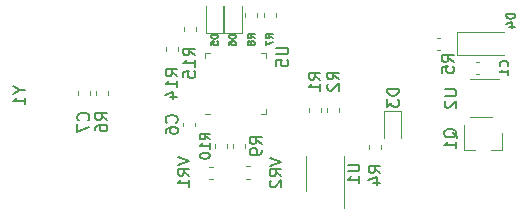
<source format=gbr>
G04 #@! TF.GenerationSoftware,KiCad,Pcbnew,(5.1.5)-3*
G04 #@! TF.CreationDate,2020-06-09T16:26:15+03:00*
G04 #@! TF.ProjectId,Arduino_Uno_R4,41726475-696e-46f5-9f55-6e6f5f52342e,rev?*
G04 #@! TF.SameCoordinates,Original*
G04 #@! TF.FileFunction,Legend,Bot*
G04 #@! TF.FilePolarity,Positive*
%FSLAX46Y46*%
G04 Gerber Fmt 4.6, Leading zero omitted, Abs format (unit mm)*
G04 Created by KiCad (PCBNEW (5.1.5)-3) date 2020-06-09 16:26:15*
%MOMM*%
%LPD*%
G04 APERTURE LIST*
%ADD10C,0.120000*%
%ADD11C,0.150000*%
G04 APERTURE END LIST*
D10*
X91048721Y-68607400D02*
X91374279Y-68607400D01*
X91048721Y-67587400D02*
X91374279Y-67587400D01*
X66292000Y-72709721D02*
X66292000Y-73035279D01*
X67312000Y-72709721D02*
X67312000Y-73035279D01*
X58371200Y-70042921D02*
X58371200Y-70368479D01*
X57351200Y-70042921D02*
X57351200Y-70368479D01*
X84758200Y-71692400D02*
X84758200Y-73977400D01*
X83288200Y-71692400D02*
X84758200Y-71692400D01*
X83288200Y-73977400D02*
X83288200Y-71692400D01*
X89520200Y-67014600D02*
X93420200Y-67014600D01*
X89520200Y-65014600D02*
X93420200Y-65014600D01*
X89520200Y-67014600D02*
X89520200Y-65014600D01*
X68226000Y-65112100D02*
X68226000Y-62827100D01*
X69696000Y-65112100D02*
X68226000Y-65112100D01*
X69696000Y-62827100D02*
X69696000Y-65112100D01*
X71245400Y-62827100D02*
X71245400Y-65112100D01*
X71245400Y-65112100D02*
X69775400Y-65112100D01*
X69775400Y-65112100D02*
X69775400Y-62827100D01*
X93248600Y-75055000D02*
X92318600Y-75055000D01*
X90088600Y-75055000D02*
X91018600Y-75055000D01*
X90088600Y-75055000D02*
X90088600Y-72895000D01*
X93248600Y-75055000D02*
X93248600Y-73595000D01*
X76934600Y-71490721D02*
X76934600Y-71816279D01*
X77954600Y-71490721D02*
X77954600Y-71816279D01*
X79529400Y-71816279D02*
X79529400Y-71490721D01*
X78509400Y-71816279D02*
X78509400Y-71490721D01*
X82014600Y-74915079D02*
X82014600Y-74589521D01*
X83034600Y-74915079D02*
X83034600Y-74589521D01*
X87746521Y-65530000D02*
X88072079Y-65530000D01*
X87746521Y-66550000D02*
X88072079Y-66550000D01*
X59895200Y-70368479D02*
X59895200Y-70042921D01*
X58875200Y-70368479D02*
X58875200Y-70042921D01*
X73099200Y-63789779D02*
X73099200Y-63464221D01*
X74119200Y-63789779D02*
X74119200Y-63464221D01*
X72569800Y-63789679D02*
X72569800Y-63464121D01*
X71549800Y-63789679D02*
X71549800Y-63464121D01*
X70483000Y-74526021D02*
X70483000Y-74851579D01*
X71503000Y-74526021D02*
X71503000Y-74851579D01*
X69979000Y-74526021D02*
X69979000Y-74851579D01*
X68959000Y-74526021D02*
X68959000Y-74851579D01*
X65838800Y-66660079D02*
X65838800Y-66334521D01*
X64818800Y-66660079D02*
X64818800Y-66334521D01*
X66342800Y-64958179D02*
X66342800Y-64632621D01*
X67362800Y-64958179D02*
X67362800Y-64632621D01*
X76708000Y-77033900D02*
X76708000Y-75533900D01*
X76708000Y-77033900D02*
X76708000Y-78533900D01*
X79928000Y-77033900D02*
X79928000Y-75533900D01*
X79928000Y-77033900D02*
X79928000Y-79958900D01*
X92416200Y-72272800D02*
X90616200Y-72272800D01*
X90616200Y-69052800D02*
X93066200Y-69052800D01*
X72874000Y-72015500D02*
X73349000Y-72015500D01*
X73349000Y-72015500D02*
X73349000Y-71540500D01*
X68604000Y-66795500D02*
X68129000Y-66795500D01*
X68129000Y-66795500D02*
X68129000Y-67270500D01*
X72874000Y-66795500D02*
X73349000Y-66795500D01*
X73349000Y-66795500D02*
X73349000Y-67270500D01*
X68604000Y-72015500D02*
X68129000Y-72015500D01*
X68844279Y-77471800D02*
X68518721Y-77471800D01*
X68844279Y-76451800D02*
X68518721Y-76451800D01*
X71617721Y-77446600D02*
X71943279Y-77446600D01*
X71617721Y-76426600D02*
X71943279Y-76426600D01*
D11*
X52452590Y-69983409D02*
X52928780Y-69983409D01*
X51928780Y-69650076D02*
X52452590Y-69983409D01*
X51928780Y-70316742D01*
X52928780Y-71173885D02*
X52928780Y-70602457D01*
X52928780Y-70888171D02*
X51928780Y-70888171D01*
X52071638Y-70792933D01*
X52166876Y-70697695D01*
X52214495Y-70602457D01*
X93765257Y-67947000D02*
X93800971Y-67911285D01*
X93836685Y-67804142D01*
X93836685Y-67732714D01*
X93800971Y-67625571D01*
X93729542Y-67554142D01*
X93658114Y-67518428D01*
X93515257Y-67482714D01*
X93408114Y-67482714D01*
X93265257Y-67518428D01*
X93193828Y-67554142D01*
X93122400Y-67625571D01*
X93086685Y-67732714D01*
X93086685Y-67804142D01*
X93122400Y-67911285D01*
X93158114Y-67947000D01*
X93836685Y-68661285D02*
X93836685Y-68232714D01*
X93836685Y-68447000D02*
X93086685Y-68447000D01*
X93193828Y-68375571D01*
X93265257Y-68304142D01*
X93300971Y-68232714D01*
X65729142Y-72705833D02*
X65776761Y-72658214D01*
X65824380Y-72515357D01*
X65824380Y-72420119D01*
X65776761Y-72277261D01*
X65681523Y-72182023D01*
X65586285Y-72134404D01*
X65395809Y-72086785D01*
X65252952Y-72086785D01*
X65062476Y-72134404D01*
X64967238Y-72182023D01*
X64872000Y-72277261D01*
X64824380Y-72420119D01*
X64824380Y-72515357D01*
X64872000Y-72658214D01*
X64919619Y-72705833D01*
X64824380Y-73562976D02*
X64824380Y-73372500D01*
X64872000Y-73277261D01*
X64919619Y-73229642D01*
X65062476Y-73134404D01*
X65252952Y-73086785D01*
X65633904Y-73086785D01*
X65729142Y-73134404D01*
X65776761Y-73182023D01*
X65824380Y-73277261D01*
X65824380Y-73467738D01*
X65776761Y-73562976D01*
X65729142Y-73610595D01*
X65633904Y-73658214D01*
X65395809Y-73658214D01*
X65300571Y-73610595D01*
X65252952Y-73562976D01*
X65205333Y-73467738D01*
X65205333Y-73277261D01*
X65252952Y-73182023D01*
X65300571Y-73134404D01*
X65395809Y-73086785D01*
X58243742Y-72502733D02*
X58291361Y-72455114D01*
X58338980Y-72312257D01*
X58338980Y-72217019D01*
X58291361Y-72074161D01*
X58196123Y-71978923D01*
X58100885Y-71931304D01*
X57910409Y-71883685D01*
X57767552Y-71883685D01*
X57577076Y-71931304D01*
X57481838Y-71978923D01*
X57386600Y-72074161D01*
X57338980Y-72217019D01*
X57338980Y-72312257D01*
X57386600Y-72455114D01*
X57434219Y-72502733D01*
X57338980Y-72836066D02*
X57338980Y-73502733D01*
X58338980Y-73074161D01*
X84551780Y-69848504D02*
X83551780Y-69848504D01*
X83551780Y-70086600D01*
X83599400Y-70229457D01*
X83694638Y-70324695D01*
X83789876Y-70372314D01*
X83980352Y-70419933D01*
X84123209Y-70419933D01*
X84313685Y-70372314D01*
X84408923Y-70324695D01*
X84504161Y-70229457D01*
X84551780Y-70086600D01*
X84551780Y-69848504D01*
X83551780Y-70753266D02*
X83551780Y-71372314D01*
X83932733Y-71038980D01*
X83932733Y-71181838D01*
X83980352Y-71277076D01*
X84027971Y-71324695D01*
X84123209Y-71372314D01*
X84361304Y-71372314D01*
X84456542Y-71324695D01*
X84504161Y-71277076D01*
X84551780Y-71181838D01*
X84551780Y-70896123D01*
X84504161Y-70800885D01*
X84456542Y-70753266D01*
X94395485Y-63505228D02*
X93645485Y-63505228D01*
X93645485Y-63683800D01*
X93681200Y-63790942D01*
X93752628Y-63862371D01*
X93824057Y-63898085D01*
X93966914Y-63933800D01*
X94074057Y-63933800D01*
X94216914Y-63898085D01*
X94288342Y-63862371D01*
X94359771Y-63790942D01*
X94395485Y-63683800D01*
X94395485Y-63505228D01*
X93895485Y-64576657D02*
X94395485Y-64576657D01*
X93609771Y-64398085D02*
X94145485Y-64219514D01*
X94145485Y-64683800D01*
X69232428Y-65266942D02*
X68632428Y-65266942D01*
X68632428Y-65409800D01*
X68661000Y-65495514D01*
X68718142Y-65552657D01*
X68775285Y-65581228D01*
X68889571Y-65609800D01*
X68975285Y-65609800D01*
X69089571Y-65581228D01*
X69146714Y-65552657D01*
X69203857Y-65495514D01*
X69232428Y-65409800D01*
X69232428Y-65266942D01*
X68632428Y-66152657D02*
X68632428Y-65866942D01*
X68918142Y-65838371D01*
X68889571Y-65866942D01*
X68861000Y-65924085D01*
X68861000Y-66066942D01*
X68889571Y-66124085D01*
X68918142Y-66152657D01*
X68975285Y-66181228D01*
X69118142Y-66181228D01*
X69175285Y-66152657D01*
X69203857Y-66124085D01*
X69232428Y-66066942D01*
X69232428Y-65924085D01*
X69203857Y-65866942D01*
X69175285Y-65838371D01*
X70756428Y-65266942D02*
X70156428Y-65266942D01*
X70156428Y-65409800D01*
X70185000Y-65495514D01*
X70242142Y-65552657D01*
X70299285Y-65581228D01*
X70413571Y-65609800D01*
X70499285Y-65609800D01*
X70613571Y-65581228D01*
X70670714Y-65552657D01*
X70727857Y-65495514D01*
X70756428Y-65409800D01*
X70756428Y-65266942D01*
X70156428Y-66124085D02*
X70156428Y-66009800D01*
X70185000Y-65952657D01*
X70213571Y-65924085D01*
X70299285Y-65866942D01*
X70413571Y-65838371D01*
X70642142Y-65838371D01*
X70699285Y-65866942D01*
X70727857Y-65895514D01*
X70756428Y-65952657D01*
X70756428Y-66066942D01*
X70727857Y-66124085D01*
X70699285Y-66152657D01*
X70642142Y-66181228D01*
X70499285Y-66181228D01*
X70442142Y-66152657D01*
X70413571Y-66124085D01*
X70385000Y-66066942D01*
X70385000Y-65952657D01*
X70413571Y-65895514D01*
X70442142Y-65866942D01*
X70499285Y-65838371D01*
X89498419Y-73996561D02*
X89450800Y-73901323D01*
X89355561Y-73806085D01*
X89212704Y-73663228D01*
X89165085Y-73567990D01*
X89165085Y-73472752D01*
X89403180Y-73520371D02*
X89355561Y-73425133D01*
X89260323Y-73329895D01*
X89069847Y-73282276D01*
X88736514Y-73282276D01*
X88546038Y-73329895D01*
X88450800Y-73425133D01*
X88403180Y-73520371D01*
X88403180Y-73710847D01*
X88450800Y-73806085D01*
X88546038Y-73901323D01*
X88736514Y-73948942D01*
X89069847Y-73948942D01*
X89260323Y-73901323D01*
X89355561Y-73806085D01*
X89403180Y-73710847D01*
X89403180Y-73520371D01*
X89403180Y-74901323D02*
X89403180Y-74329895D01*
X89403180Y-74615609D02*
X88403180Y-74615609D01*
X88546038Y-74520371D01*
X88641276Y-74425133D01*
X88688895Y-74329895D01*
X77922380Y-69073733D02*
X77446190Y-68740400D01*
X77922380Y-68502304D02*
X76922380Y-68502304D01*
X76922380Y-68883257D01*
X76970000Y-68978495D01*
X77017619Y-69026114D01*
X77112857Y-69073733D01*
X77255714Y-69073733D01*
X77350952Y-69026114D01*
X77398571Y-68978495D01*
X77446190Y-68883257D01*
X77446190Y-68502304D01*
X77922380Y-70026114D02*
X77922380Y-69454685D01*
X77922380Y-69740400D02*
X76922380Y-69740400D01*
X77065238Y-69645161D01*
X77160476Y-69549923D01*
X77208095Y-69454685D01*
X79497180Y-69048333D02*
X79020990Y-68715000D01*
X79497180Y-68476904D02*
X78497180Y-68476904D01*
X78497180Y-68857857D01*
X78544800Y-68953095D01*
X78592419Y-69000714D01*
X78687657Y-69048333D01*
X78830514Y-69048333D01*
X78925752Y-69000714D01*
X78973371Y-68953095D01*
X79020990Y-68857857D01*
X79020990Y-68476904D01*
X78592419Y-69429285D02*
X78544800Y-69476904D01*
X78497180Y-69572142D01*
X78497180Y-69810238D01*
X78544800Y-69905476D01*
X78592419Y-69953095D01*
X78687657Y-70000714D01*
X78782895Y-70000714D01*
X78925752Y-69953095D01*
X79497180Y-69381666D01*
X79497180Y-70000714D01*
X83002380Y-76973133D02*
X82526190Y-76639800D01*
X83002380Y-76401704D02*
X82002380Y-76401704D01*
X82002380Y-76782657D01*
X82050000Y-76877895D01*
X82097619Y-76925514D01*
X82192857Y-76973133D01*
X82335714Y-76973133D01*
X82430952Y-76925514D01*
X82478571Y-76877895D01*
X82526190Y-76782657D01*
X82526190Y-76401704D01*
X82335714Y-77830276D02*
X83002380Y-77830276D01*
X81954761Y-77592180D02*
X82669047Y-77354085D01*
X82669047Y-77973133D01*
X89199980Y-67575133D02*
X88723790Y-67241800D01*
X89199980Y-67003704D02*
X88199980Y-67003704D01*
X88199980Y-67384657D01*
X88247600Y-67479895D01*
X88295219Y-67527514D01*
X88390457Y-67575133D01*
X88533314Y-67575133D01*
X88628552Y-67527514D01*
X88676171Y-67479895D01*
X88723790Y-67384657D01*
X88723790Y-67003704D01*
X88199980Y-68479895D02*
X88199980Y-68003704D01*
X88676171Y-67956085D01*
X88628552Y-68003704D01*
X88580933Y-68098942D01*
X88580933Y-68337038D01*
X88628552Y-68432276D01*
X88676171Y-68479895D01*
X88771409Y-68527514D01*
X89009504Y-68527514D01*
X89104742Y-68479895D01*
X89152361Y-68432276D01*
X89199980Y-68337038D01*
X89199980Y-68098942D01*
X89152361Y-68003704D01*
X89104742Y-67956085D01*
X59862980Y-72502733D02*
X59386790Y-72169400D01*
X59862980Y-71931304D02*
X58862980Y-71931304D01*
X58862980Y-72312257D01*
X58910600Y-72407495D01*
X58958219Y-72455114D01*
X59053457Y-72502733D01*
X59196314Y-72502733D01*
X59291552Y-72455114D01*
X59339171Y-72407495D01*
X59386790Y-72312257D01*
X59386790Y-71931304D01*
X58862980Y-73359876D02*
X58862980Y-73169400D01*
X58910600Y-73074161D01*
X58958219Y-73026542D01*
X59101076Y-72931304D01*
X59291552Y-72883685D01*
X59672504Y-72883685D01*
X59767742Y-72931304D01*
X59815361Y-72978923D01*
X59862980Y-73074161D01*
X59862980Y-73264638D01*
X59815361Y-73359876D01*
X59767742Y-73407495D01*
X59672504Y-73455114D01*
X59434409Y-73455114D01*
X59339171Y-73407495D01*
X59291552Y-73359876D01*
X59243933Y-73264638D01*
X59243933Y-73074161D01*
X59291552Y-72978923D01*
X59339171Y-72931304D01*
X59434409Y-72883685D01*
X73880628Y-65584400D02*
X73594914Y-65384400D01*
X73880628Y-65241542D02*
X73280628Y-65241542D01*
X73280628Y-65470114D01*
X73309200Y-65527257D01*
X73337771Y-65555828D01*
X73394914Y-65584400D01*
X73480628Y-65584400D01*
X73537771Y-65555828D01*
X73566342Y-65527257D01*
X73594914Y-65470114D01*
X73594914Y-65241542D01*
X73280628Y-65784400D02*
X73280628Y-66184400D01*
X73880628Y-65927257D01*
X72356628Y-65584400D02*
X72070914Y-65384400D01*
X72356628Y-65241542D02*
X71756628Y-65241542D01*
X71756628Y-65470114D01*
X71785200Y-65527257D01*
X71813771Y-65555828D01*
X71870914Y-65584400D01*
X71956628Y-65584400D01*
X72013771Y-65555828D01*
X72042342Y-65527257D01*
X72070914Y-65470114D01*
X72070914Y-65241542D01*
X72013771Y-65927257D02*
X71985200Y-65870114D01*
X71956628Y-65841542D01*
X71899485Y-65812971D01*
X71870914Y-65812971D01*
X71813771Y-65841542D01*
X71785200Y-65870114D01*
X71756628Y-65927257D01*
X71756628Y-66041542D01*
X71785200Y-66098685D01*
X71813771Y-66127257D01*
X71870914Y-66155828D01*
X71899485Y-66155828D01*
X71956628Y-66127257D01*
X71985200Y-66098685D01*
X72013771Y-66041542D01*
X72013771Y-65927257D01*
X72042342Y-65870114D01*
X72070914Y-65841542D01*
X72128057Y-65812971D01*
X72242342Y-65812971D01*
X72299485Y-65841542D01*
X72328057Y-65870114D01*
X72356628Y-65927257D01*
X72356628Y-66041542D01*
X72328057Y-66098685D01*
X72299485Y-66127257D01*
X72242342Y-66155828D01*
X72128057Y-66155828D01*
X72070914Y-66127257D01*
X72042342Y-66098685D01*
X72013771Y-66041542D01*
X72943980Y-74522133D02*
X72467790Y-74188800D01*
X72943980Y-73950704D02*
X71943980Y-73950704D01*
X71943980Y-74331657D01*
X71991600Y-74426895D01*
X72039219Y-74474514D01*
X72134457Y-74522133D01*
X72277314Y-74522133D01*
X72372552Y-74474514D01*
X72420171Y-74426895D01*
X72467790Y-74331657D01*
X72467790Y-73950704D01*
X72943980Y-74998323D02*
X72943980Y-75188800D01*
X72896361Y-75284038D01*
X72848742Y-75331657D01*
X72705885Y-75426895D01*
X72515409Y-75474514D01*
X72134457Y-75474514D01*
X72039219Y-75426895D01*
X71991600Y-75379276D01*
X71943980Y-75284038D01*
X71943980Y-75093561D01*
X71991600Y-74998323D01*
X72039219Y-74950704D01*
X72134457Y-74903085D01*
X72372552Y-74903085D01*
X72467790Y-74950704D01*
X72515409Y-74998323D01*
X72563028Y-75093561D01*
X72563028Y-75284038D01*
X72515409Y-75379276D01*
X72467790Y-75426895D01*
X72372552Y-75474514D01*
X68558123Y-74142371D02*
X68153361Y-73859038D01*
X68558123Y-73656657D02*
X67708123Y-73656657D01*
X67708123Y-73980466D01*
X67748600Y-74061419D01*
X67789076Y-74101895D01*
X67870028Y-74142371D01*
X67991457Y-74142371D01*
X68072409Y-74101895D01*
X68112885Y-74061419D01*
X68153361Y-73980466D01*
X68153361Y-73656657D01*
X68558123Y-74951895D02*
X68558123Y-74466180D01*
X68558123Y-74709038D02*
X67708123Y-74709038D01*
X67829552Y-74628085D01*
X67910504Y-74547133D01*
X67950980Y-74466180D01*
X67708123Y-75478085D02*
X67708123Y-75559038D01*
X67748600Y-75639990D01*
X67789076Y-75680466D01*
X67870028Y-75720942D01*
X68031933Y-75761419D01*
X68234314Y-75761419D01*
X68396219Y-75720942D01*
X68477171Y-75680466D01*
X68517647Y-75639990D01*
X68558123Y-75559038D01*
X68558123Y-75478085D01*
X68517647Y-75397133D01*
X68477171Y-75356657D01*
X68396219Y-75316180D01*
X68234314Y-75275704D01*
X68031933Y-75275704D01*
X67870028Y-75316180D01*
X67789076Y-75356657D01*
X67748600Y-75397133D01*
X67708123Y-75478085D01*
X65806580Y-68775342D02*
X65330390Y-68442009D01*
X65806580Y-68203914D02*
X64806580Y-68203914D01*
X64806580Y-68584866D01*
X64854200Y-68680104D01*
X64901819Y-68727723D01*
X64997057Y-68775342D01*
X65139914Y-68775342D01*
X65235152Y-68727723D01*
X65282771Y-68680104D01*
X65330390Y-68584866D01*
X65330390Y-68203914D01*
X65806580Y-69727723D02*
X65806580Y-69156295D01*
X65806580Y-69442009D02*
X64806580Y-69442009D01*
X64949438Y-69346771D01*
X65044676Y-69251533D01*
X65092295Y-69156295D01*
X65139914Y-70584866D02*
X65806580Y-70584866D01*
X64758961Y-70346771D02*
X65473247Y-70108676D01*
X65473247Y-70727723D01*
X67305180Y-67022742D02*
X66828990Y-66689409D01*
X67305180Y-66451314D02*
X66305180Y-66451314D01*
X66305180Y-66832266D01*
X66352800Y-66927504D01*
X66400419Y-66975123D01*
X66495657Y-67022742D01*
X66638514Y-67022742D01*
X66733752Y-66975123D01*
X66781371Y-66927504D01*
X66828990Y-66832266D01*
X66828990Y-66451314D01*
X67305180Y-67975123D02*
X67305180Y-67403695D01*
X67305180Y-67689409D02*
X66305180Y-67689409D01*
X66448038Y-67594171D01*
X66543276Y-67498933D01*
X66590895Y-67403695D01*
X66305180Y-68879885D02*
X66305180Y-68403695D01*
X66781371Y-68356076D01*
X66733752Y-68403695D01*
X66686133Y-68498933D01*
X66686133Y-68737028D01*
X66733752Y-68832266D01*
X66781371Y-68879885D01*
X66876609Y-68927504D01*
X67114704Y-68927504D01*
X67209942Y-68879885D01*
X67257561Y-68832266D01*
X67305180Y-68737028D01*
X67305180Y-68498933D01*
X67257561Y-68403695D01*
X67209942Y-68356076D01*
X80220380Y-76271995D02*
X81029904Y-76271995D01*
X81125142Y-76319614D01*
X81172761Y-76367233D01*
X81220380Y-76462471D01*
X81220380Y-76652947D01*
X81172761Y-76748185D01*
X81125142Y-76795804D01*
X81029904Y-76843423D01*
X80220380Y-76843423D01*
X81220380Y-77843423D02*
X81220380Y-77271995D01*
X81220380Y-77557709D02*
X80220380Y-77557709D01*
X80363238Y-77462471D01*
X80458476Y-77367233D01*
X80506095Y-77271995D01*
X88428580Y-69900895D02*
X89238104Y-69900895D01*
X89333342Y-69948514D01*
X89380961Y-69996133D01*
X89428580Y-70091371D01*
X89428580Y-70281847D01*
X89380961Y-70377085D01*
X89333342Y-70424704D01*
X89238104Y-70472323D01*
X88428580Y-70472323D01*
X88523819Y-70900895D02*
X88476200Y-70948514D01*
X88428580Y-71043752D01*
X88428580Y-71281847D01*
X88476200Y-71377085D01*
X88523819Y-71424704D01*
X88619057Y-71472323D01*
X88714295Y-71472323D01*
X88857152Y-71424704D01*
X89428580Y-70853276D01*
X89428580Y-71472323D01*
X74179180Y-66370295D02*
X74988704Y-66370295D01*
X75083942Y-66417914D01*
X75131561Y-66465533D01*
X75179180Y-66560771D01*
X75179180Y-66751247D01*
X75131561Y-66846485D01*
X75083942Y-66894104D01*
X74988704Y-66941723D01*
X74179180Y-66941723D01*
X74179180Y-67894104D02*
X74179180Y-67417914D01*
X74655371Y-67370295D01*
X74607752Y-67417914D01*
X74560133Y-67513152D01*
X74560133Y-67751247D01*
X74607752Y-67846485D01*
X74655371Y-67894104D01*
X74750609Y-67941723D01*
X74988704Y-67941723D01*
X75083942Y-67894104D01*
X75131561Y-67846485D01*
X75179180Y-67751247D01*
X75179180Y-67513152D01*
X75131561Y-67417914D01*
X75083942Y-67370295D01*
X65822580Y-75627076D02*
X66822580Y-75960409D01*
X65822580Y-76293742D01*
X66822580Y-77198504D02*
X66346390Y-76865171D01*
X66822580Y-76627076D02*
X65822580Y-76627076D01*
X65822580Y-77008028D01*
X65870200Y-77103266D01*
X65917819Y-77150885D01*
X66013057Y-77198504D01*
X66155914Y-77198504D01*
X66251152Y-77150885D01*
X66298771Y-77103266D01*
X66346390Y-77008028D01*
X66346390Y-76627076D01*
X66822580Y-78150885D02*
X66822580Y-77579457D01*
X66822580Y-77865171D02*
X65822580Y-77865171D01*
X65965438Y-77769933D01*
X66060676Y-77674695D01*
X66108295Y-77579457D01*
X73620380Y-75677876D02*
X74620380Y-76011209D01*
X73620380Y-76344542D01*
X74620380Y-77249304D02*
X74144190Y-76915971D01*
X74620380Y-76677876D02*
X73620380Y-76677876D01*
X73620380Y-77058828D01*
X73668000Y-77154066D01*
X73715619Y-77201685D01*
X73810857Y-77249304D01*
X73953714Y-77249304D01*
X74048952Y-77201685D01*
X74096571Y-77154066D01*
X74144190Y-77058828D01*
X74144190Y-76677876D01*
X73715619Y-77630257D02*
X73668000Y-77677876D01*
X73620380Y-77773114D01*
X73620380Y-78011209D01*
X73668000Y-78106447D01*
X73715619Y-78154066D01*
X73810857Y-78201685D01*
X73906095Y-78201685D01*
X74048952Y-78154066D01*
X74620380Y-77582638D01*
X74620380Y-78201685D01*
M02*

</source>
